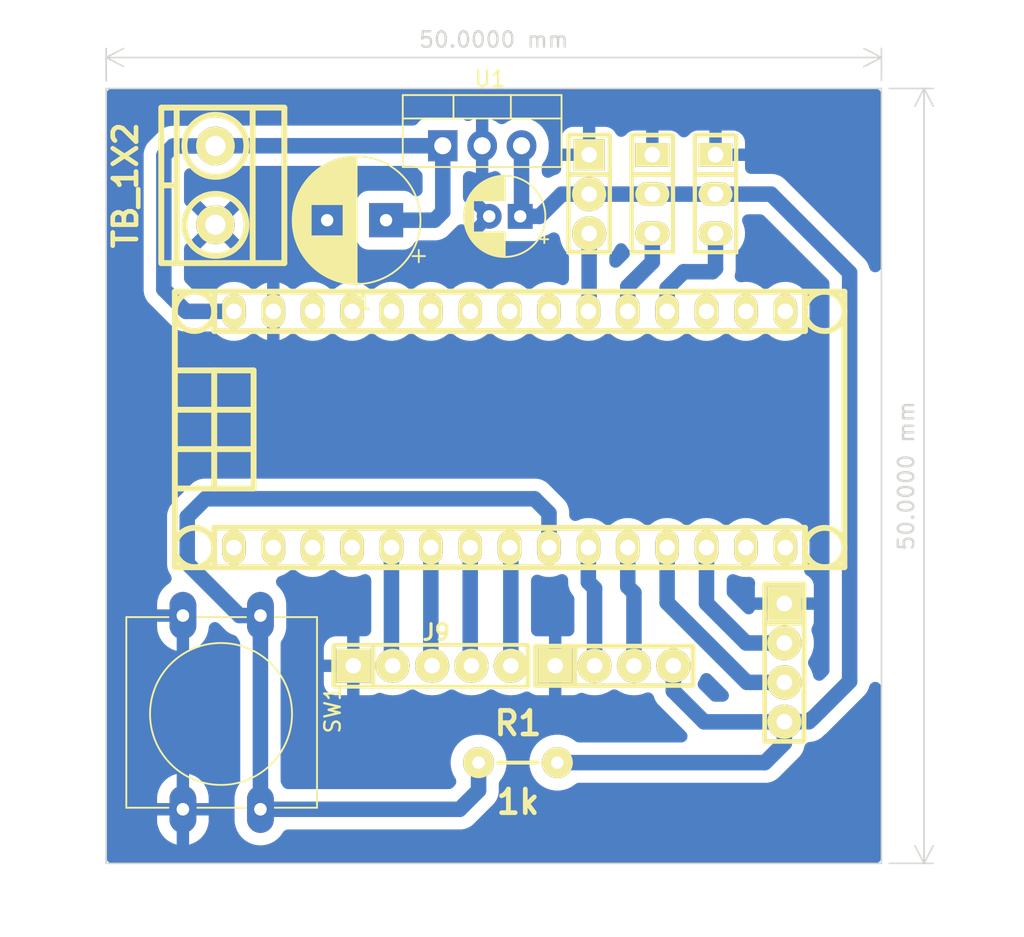
<source format=kicad_pcb>
(kicad_pcb (version 20221018) (generator pcbnew)
  (layers (0 "F.Cu" signal) (31 "B.Cu" signal) (34 "B.Paste" user) (35 "F.Paste" user) (36 "B.SilkS" user "B.Silkscreen") (37 "F.SilkS" user "F.Silkscreen") (38 "B.Mask" user) (39 "F.Mask" user) (44 "Edge.Cuts" user))
  (net 0 "")
  (net 1 "GND")
  (net 2 "ECNO 1")
  (net 3 "TRIG 1")
  (net 4 "ECNO 2")
  (net 5 "TRIG 2")
  (net 6 "IN1")
  (net 7 "IN2")
  (net 8 "IN3")
  (net 9 "IN4")
  (net 10 "OUT 1")
  (net 11 "OUT 2")
  (net 12 "OUT 3")
  (net 13 "/swichin")
  (net 14 "+5V")
  (net 31 "+BATT")
  (footprint "EESTN5:pin_strip_4" (layer "F.Cu") (at 69.26 60.99)
    (fp_text reference "J8" hide)
    (fp_text value "conector sensor ultrasonido" hide)
    (pad "1" thru_hole rect (at -3.81 0) (size 2.2 2.2) (drill 1.00076) (layers "*.Cu" "*.Mask" "F.SilkS") (net 1 "GND"))
    (pad "2" thru_hole oval (at -1.27 0) (size 2.2 2.2) (drill 1.00076) (layers "*.Cu" "*.Mask" "F.SilkS") (net 2 "ECNO 1"))
    (pad "3" thru_hole circle (at 1.27 0) (size 2.2 2.2) (drill 1.00076) (layers "*.Cu" "*.Mask" "F.SilkS" "Eco1.User") (net 3 "TRIG 1"))
    (pad "4" thru_hole circle (at 3.81 0) (size 2.2 2.2) (drill 1.00076) (layers "*.Cu" "*.Mask" "F.SilkS") (net 14 "+5V"))
  )
  (footprint "Capacitor_THT:CP_Radial_D8.0mm_P3.80mm" (layer "F.Cu") (at 54.542651 32.24 180)
    (fp_text reference "C1" (at 1.9 -5.25) (layer "F.SilkS"))
    (fp_text value "470μF")
    (pad "1" thru_hole rect (at 0 0 180) (size 2.2 2.2) (drill 0.8) (layers "*.Cu" "*.Mask") (net 31 "+BATT"))
    (pad "2" thru_hole circle (at 3.8 0 180) (size 2.2 2.2) (drill 0.8) (layers "*.Cu" "*.Mask") (net 1 "GND"))
  )
  (footprint "EESTN5:Pin_Header_3" (layer "F.Cu") (at 67.64 30.555 -90)
    (fp_text reference "J7" hide)
    (fp_text value "CNY70 3" hide)
    (pad "1" thru_hole rect (at -2.54 0 270) (size 2 2) (drill 1.00076) (layers "*.Cu" "*.Mask" "F.SilkS") (net 1 "GND"))
    (pad "2" thru_hole oval (at 0 0 270) (size 2.2 2.2) (drill 1.00076) (layers "*.Cu" "*.Mask" "F.SilkS") (net 14 "+5V"))
    (pad "3" thru_hole oval (at 2.54 0 270) (size 2.2 2.2) (drill 1.00076) (layers "*.Cu" "*.Mask" "F.SilkS") (net 12 "OUT 3"))
  )
  (footprint "EESTN5:RES0.2" (layer "F.Cu") (at 63.05 67.24 180)
    (fp_text reference "R1" (at 0 2.5382) (layer "F.SilkS") (effects (font (size 1.524 1.524) (thickness 0.3048))))
    (fp_text value "1k" (at 0 -2.54) (layer "F.SilkS") (effects (font (size 1.524 1.524) (thickness 0.3048))))
    (pad "1" thru_hole circle (at -2.54 0 180) (size 1.99898 1.99898) (drill 0.8001) (layers "*.Cu" "*.Mask" "F.SilkS") (net 14 "+5V"))
    (pad "2" thru_hole circle (at 2.54 0 180) (size 1.99898 1.99898) (drill 0.8001) (layers "*.Cu" "*.Mask" "F.SilkS") (net 13 "/swichin"))
  )
  (footprint "EESTN5:BORNERA2_AZUL" (layer "F.Cu") (at 43.53875 29.99 -90)
    (fp_text reference "J4" hide)
    (fp_text value "TB_1X2" (at 0 5.8 90) (layer "F.SilkS") (effects (font (size 1.5 1.5) (thickness 0.3))))
    (pad "1" thru_hole circle (at -2.54 0 270) (size 2.5 2.5) (drill 1.3) (layers "*.Cu" "*.Mask" "F.SilkS") (net 31 "+BATT"))
    (pad "2" thru_hole circle (at 2.54 0 270) (size 2.5 2.5) (drill 1.3) (layers "*.Cu" "*.Mask" "F.SilkS") (net 1 "GND"))
  )
  (footprint "EESTN5:pin_strip_4" (layer "F.Cu") (at 80.23 60.79 -90)
    (fp_text reference "J3" hide)
    (fp_text value "conector sensor ultrasonido" hide)
    (pad "1" thru_hole rect (at -3.81 0 270) (size 2.2 2.2) (drill 1.00076) (layers "*.Cu" "*.Mask" "F.SilkS") (net 1 "GND"))
    (pad "2" thru_hole oval (at -1.27 0 270) (size 2.2 2.2) (drill 1.00076) (layers "*.Cu" "*.Mask" "F.SilkS") (net 4 "ECNO 2"))
    (pad "3" thru_hole oval (at 1.27 0 270) (size 2.2 2.2) (drill 1.00076) (layers "*.Cu" "*.Mask" "F.SilkS") (net 5 "TRIG 2"))
    (pad "4" thru_hole oval (at 3.81 0 270) (size 2.2 2.2) (drill 1.00076) (layers "*.Cu" "*.Mask" "F.SilkS") (net 14 "+5V"))
  )
  (footprint "EESTN5:Pin_Header_5" (layer "F.Cu") (at 57.51 60.99)
    (fp_text reference "J9" (at 0.27 -2.159) (layer "F.SilkS") (effects (font (size 1.016 1.016) (thickness 0.2032))))
    (fp_text value "HEADER_5" hide)
    (pad "1" thru_hole rect (at -5.08 0) (size 2.2 2.2) (drill 1.00076) (layers "*.Cu" "*.Mask" "F.SilkS") (net 1 "GND"))
    (pad "2" thru_hole oval (at -2.54 0) (size 2.2 2.2) (drill 1.00076) (layers "*.Cu" "*.Mask" "F.SilkS") (net 6 "IN1"))
    (pad "3" thru_hole oval (at 0 0) (size 2.2 2.2) (drill 1.00076) (layers "*.Cu" "*.Mask" "F.SilkS") (net 7 "IN2"))
    (pad "4" thru_hole oval (at 2.54 0) (size 2.2 2.2) (drill 1.00076) (layers "*.Cu" "*.Mask" "F.SilkS") (net 8 "IN3"))
    (pad "5" thru_hole oval (at 5.08 0) (size 2.2 2.2) (drill 1.00076) (layers "*.Cu" "*.Mask" "F.SilkS") (net 9 "IN4"))
  )
  (footprint "Package_TO_SOT_THT:TO-220-3_Vertical" (layer "F.Cu") (at 58.2 27.435)
    (fp_text reference "U1" (at 3.048 -4.318) (layer "F.SilkS"))
    (fp_text value "LM78M05_TO220" hide)
    (pad "1" thru_hole rect (at 0 0) (size 1.905 2) (drill 1.1) (layers "*.Cu" "*.Mask") (net 31 "+BATT"))
    (pad "2" thru_hole oval (at 2.54 0) (size 1.905 2) (drill 1.1) (layers "*.Cu" "*.Mask") (net 1 "GND"))
    (pad "3" thru_hole oval (at 5.08 0) (size 1.905 2) (drill 1.1) (layers "*.Cu" "*.Mask") (net 14 "+5V"))
  )
  (footprint "EESTN5:Pin_Header_3" (layer "F.Cu") (at 75.79 30.555 -90)
    (fp_text reference "J2" hide)
    (fp_text value "CNY70 1" hide)
    (pad "1" thru_hole rect (at -2.54 0 270) (size 1.524 2.19964) (drill 1.00076) (layers "*.Cu" "*.Mask" "F.SilkS") (net 1 "GND"))
    (pad "2" thru_hole oval (at 0 0 270) (size 1.524 2.19964) (drill 1.00076) (layers "*.Cu" "*.Mask" "F.SilkS") (net 14 "+5V"))
    (pad "3" thru_hole oval (at 2.54 0 270) (size 1.524 2.19964) (drill 1.00076) (layers "*.Cu" "*.Mask" "F.SilkS") (net 10 "OUT 1"))
  )
  (footprint "Capacitor_THT:CP_Radial_D5.0mm_P2.00mm" (layer "F.Cu") (at 63.195113 31.99 180)
    (fp_text reference "C2" hide)
    (fp_text value "1μF")
    (pad "1" thru_hole rect (at 0 0 180) (size 1.6 1.6) (drill 0.8) (layers "*.Cu" "*.Mask") (net 14 "+5V"))
    (pad "2" thru_hole circle (at 2 0 180) (size 1.6 1.6) (drill 0.8) (layers "*.Cu" "*.Mask") (net 1 "GND"))
  )
  (footprint "EESTN5:SW_PUSH-12mm" (layer "F.Cu") (at 46.44 57.75 -90)
    (fp_text reference "SW1" (at 6.08 -4.66 90) (layer "F.SilkS"))
    (fp_text value "SW_Push")
    (pad "1" thru_hole oval (at 0 0 270) (size 3.048 1.7272) (drill 0.8128) (layers "*.Cu" "*.Mask") (net 13 "/swichin"))
    (pad "1" thru_hole oval (at 12.5 0 270) (size 3.048 1.7272) (drill 0.8128) (layers "*.Cu" "*.Mask") (net 13 "/swichin"))
    (pad "2" thru_hole oval (at 0 5 270) (size 3.048 1.7272) (drill 0.8128) (layers "*.Cu" "*.Mask") (net 1 "GND"))
    (pad "2" thru_hole oval (at 12.5 5 270) (size 3.048 1.7272) (drill 0.8128) (layers "*.Cu" "*.Mask") (net 1 "GND"))
  )
  (footprint "EESTN5:arduino_nano_header" (layer "F.Cu") (at 62.51 45.74)
    (fp_text reference "J5" hide)
    (fp_text value "Arduino_Nano_Header" hide)
    (pad "1" thru_hole oval (at -17.78 7.62) (size 1.524 2.19964) (drill 1.00076) (layers "*.Cu" "*.Mask" "F.SilkS"))
    (pad "2" thru_hole oval (at -15.24 7.62) (size 1.524 2.19964) (drill 1.00076) (layers "*.Cu" "*.Mask" "F.SilkS"))
    (pad "3" thru_hole oval (at -12.7 7.62) (size 1.524 2.19964) (drill 1.00076) (layers "*.Cu" "*.Mask" "F.SilkS"))
    (pad "4" thru_hole oval (at -10.16 7.62) (size 1.524 2.19964) (drill 1.00076) (layers "*.Cu" "*.Mask" "F.SilkS"))
    (pad "5" thru_hole oval (at -7.62 7.62) (size 1.524 2.19964) (drill 1.00076) (layers "*.Cu" "*.Mask" "F.SilkS") (net 6 "IN1"))
    (pad "6" thru_hole oval (at -5.08 7.62) (size 1.524 2.19964) (drill 1.00076) (layers "*.Cu" "*.Mask" "F.SilkS") (net 7 "IN2"))
    (pad "7" thru_hole oval (at -2.54 7.62) (size 1.524 2.19964) (drill 1.00076) (layers "*.Cu" "*.Mask" "F.SilkS") (net 8 "IN3"))
    (pad "8" thru_hole oval (at 0 7.62) (size 1.524 2.19964) (drill 1.00076) (layers "*.Cu" "*.Mask" "F.SilkS") (net 9 "IN4"))
    (pad "9" thru_hole oval (at 2.54 7.62) (size 1.524 2.19964) (drill 1.00076) (layers "*.Cu" "*.Mask" "F.SilkS") (net 13 "/swichin"))
    (pad "10" thru_hole oval (at 5.08 7.62) (size 1.524 2.19964) (drill 1.00076) (layers "*.Cu" "*.Mask" "F.SilkS") (net 2 "ECNO 1"))
    (pad "11" thru_hole oval (at 7.62 7.62) (size 1.524 2.19964) (drill 1.00076) (layers "*.Cu" "*.Mask" "F.SilkS") (net 3 "TRIG 1"))
    (pad "12" thru_hole oval (at 10.16 7.62) (size 1.524 2.19964) (drill 1.00076) (layers "*.Cu" "*.Mask" "F.SilkS") (net 5 "TRIG 2"))
    (pad "13" thru_hole oval (at 12.7 7.62) (size 1.524 2.19964) (drill 1.00076) (layers "*.Cu" "*.Mask" "F.SilkS") (net 4 "ECNO 2"))
    (pad "14" thru_hole oval (at 15.24 7.62) (size 1.524 2.19964) (drill 1.00076) (layers "*.Cu" "*.Mask" "F.SilkS"))
    (pad "15" thru_hole oval (at 17.78 7.62) (size 1.524 2.19964) (drill 1.00076) (layers "*.Cu" "*.Mask" "F.SilkS"))
    (pad "16" thru_hole oval (at 17.78 -7.62) (size 1.524 2.19964) (drill 1.00076) (layers "*.Cu" "*.Mask" "F.SilkS"))
    (pad "17" thru_hole oval (at 15.24 -7.62) (size 1.524 2.19964) (drill 1.00076) (layers "*.Cu" "*.Mask" "F.SilkS"))
    (pad "18" thru_hole oval (at 12.7 -7.62) (size 1.524 2.19964) (drill 1.00076) (layers "*.Cu" "*.Mask" "F.SilkS"))
    (pad "19" thru_hole oval (at 10.16 -7.62) (size 1.524 2.19964) (drill 1.00076) (layers "*.Cu" "*.Mask" "F.SilkS") (net 10 "OUT 1"))
    (pad "20" thru_hole oval (at 7.62 -7.62) (size 1.524 2.1971) (drill 1.00076) (layers "*.Cu" "*.Mask" "F.SilkS") (net 11 "OUT 2"))
    (pad "21" thru_hole oval (at 5.08 -7.62) (size 1.524 2.1971) (drill 1.00076) (layers "*.Cu" "*.Mask" "F.SilkS") (net 12 "OUT 3"))
    (pad "22" thru_hole oval (at 2.54 -7.62) (size 1.524 2.1971) (drill 1.00076) (layers "*.Cu" "*.Mask" "F.SilkS"))
    (pad "23" thru_hole oval (at 0 -7.62) (size 1.524 2.1971) (drill 1.00076) (layers "*.Cu" "*.Mask" "F.SilkS"))
    (pad "24" thru_hole oval (at -2.54 -7.62) (size 1.524 2.1971) (drill 0.99822) (layers "*.Cu" "*.Mask" "F.SilkS"))
    (pad "25" thru_hole oval (at -5.08 -7.62) (size 1.524 2.1971) (drill 0.99822) (layers "*.Cu" "*.Mask" "F.SilkS"))
    (pad "26" thru_hole oval (at -7.62 -7.62) (size 1.524 2.1971) (drill 0.99822) (layers "*.Cu" "*.Mask" "F.SilkS"))
    (pad "27" thru_hole oval (at -10.16 -7.62) (size 1.524 2.1971) (drill 0.99822) (layers "*.Cu" "*.Mask" "F.SilkS"))
    (pad "28" thru_hole oval (at -12.7 -7.62) (size 1.524 2.1971) (drill 0.99822) (layers "*.Cu" "*.Mask" "F.SilkS"))
    (pad "29" thru_hole oval (at -15.24 -7.62) (size 1.524 2.1971) (drill 0.99822) (layers "*.Cu" "*.Mask" "F.SilkS") (net 1 "GND"))
    (pad "30" thru_hole oval (at -17.78 -7.62) (size 1.524 2.1971) (drill 0.99822) (layers "*.Cu" "*.Mask" "F.SilkS") (net 31 "+BATT"))
  )
  (footprint "EESTN5:Pin_Header_3" (layer "F.Cu") (at 71.715 30.555 -90)
    (fp_text reference "J6" hide)
    (fp_text value "CNY70 2" hide)
    (pad "1" thru_hole rect (at -2.54 0 270) (size 1.524 2.19964) (drill 1.00076) (layers "*.Cu" "*.Mask" "F.SilkS") (net 1 "GND"))
    (pad "2" thru_hole oval (at 0 0 270) (size 1.524 2.19964) (drill 1.00076) (layers "*.Cu" "*.Mask" "F.SilkS") (net 14 "+5V"))
    (pad "3" thru_hole oval (at 2.54 0 270) (size 1.524 2.19964) (drill 1.00076) (layers "*.Cu" "*.Mask" "F.SilkS") (net 11 "OUT 2"))
  )
  (gr_line (start 86.49 73.74) (end 86.49 23.74) (stroke (width 0.1)) (layer "Edge.Cuts"))
  (gr_line (start 36.49 73.74) (end 86.49 73.74) (stroke (width 0.1)) (layer "Edge.Cuts"))
  (gr_line (start 36.49 23.74) (end 86.49 23.74) (stroke (width 0.1)) (layer "Edge.Cuts"))
  (gr_line (start 36.49 73.74) (end 36.49 23.74) (stroke (width 0.1)) (layer "Edge.Cuts"))
  (dimension (type aligned) (layer "Edge.Cuts") (pts (xy 86.49 23.74) (xy 86.49 73.74)) (height -2.75) (gr_text "50,0000 mm" (at 88.09 48.74 90) (layer "Edge.Cuts") (effects (font (size 1 1) (thickness 0.15)))) (format (prefix "") (suffix "") (units 3) (units_format 1) (precision 4)) (style (thickness 0.1) (arrow_length 1.27) (text_position_mode 0) (extension_height 0.58642) (extension_offset 0.5) keep_text_aligned))
  (dimension (type aligned) (layer "Edge.Cuts") (pts (xy 36.49 23.74) (xy 86.49 23.74)) (height -2) (gr_text "50,0000 mm" (at 61.49 20.59) (layer "Edge.Cuts") (effects (font (size 1 1) (thickness 0.15)))) (format (prefix "") (suffix "") (units 3) (units_format 1) (precision 4)) (style (thickness 0.1) (arrow_length 1.27) (text_position_mode 0) (extension_height 0.58642) (extension_offset 0.5) keep_text_aligned))
  (segment (start 67.99 55.99) (end 67.99 60.99) (width 1) (layer "B.Cu") (net 2))
  (segment (start 67.59 55.59) (end 67.99 55.99) (width 1) (layer "B.Cu") (net 2))
  (segment (start 67.59 53.36) (end 67.59 55.59) (width 1) (layer "B.Cu") (net 2))
  (segment (start 70.53 56.28) (end 70.13 55.88) (width 1) (layer "B.Cu") (net 3))
  (segment (start 70.13 55.88) (end 70.13 53.36) (width 1) (layer "B.Cu") (net 3))
  (segment (start 70.53 60.99) (end 70.53 56.28) (width 1) (layer "B.Cu") (net 3))
  (segment (start 75.21 53.36) (end 75.21 56.96) (width 1) (layer "B.Cu") (net 4))
  (segment (start 75.21 56.96) (end 77.77 59.52) (width 1) (layer "B.Cu") (net 4))
  (segment (start 77.77 59.52) (end 80.23 59.52) (width 1) (layer "B.Cu") (net 4))
  (segment (start 80.23 62.06) (end 77.81 62.06) (width 1) (layer "B.Cu") (net 5))
  (segment (start 72.67 56.92) (end 72.67 53.36) (width 1) (layer "B.Cu") (net 5))
  (segment (start 77.81 62.06) (end 72.67 56.92) (width 1) (layer "B.Cu") (net 5))
  (segment (start 55.01 53.48) (end 54.89 53.36) (width 1) (layer "B.Cu") (net 6))
  (segment (start 55.06 53.53) (end 54.89 53.36) (width 1) (layer "B.Cu") (net 6))
  (segment (start 54.89 53.36) (end 54.89 60.91) (width 1) (layer "B.Cu") (net 6))
  (segment (start 54.89 60.91) (end 54.97 60.99) (width 1) (layer "B.Cu") (net 6))
  (segment (start 57.43 60.91) (end 57.51 60.99) (width 1) (layer "B.Cu") (net 7))
  (segment (start 57.43 53.36) (end 57.43 60.91) (width 1) (layer "B.Cu") (net 7))
  (segment (start 59.97 60.91) (end 60.05 60.99) (width 1) (layer "B.Cu") (net 8))
  (segment (start 59.97 53.36) (end 59.97 60.91) (width 1) (layer "B.Cu") (net 8))
  (segment (start 62.59 53.44) (end 62.51 53.36) (width 1) (layer "B.Cu") (net 9))
  (segment (start 62.59 60.99) (end 62.59 53.44) (width 1) (layer "B.Cu") (net 9))
  (segment (start 62.67 53.52) (end 62.51 53.36) (width 1) (layer "B.Cu") (net 9))
  (segment (start 73.74 35.565) (end 75.59 35.565) (width 1) (layer "B.Cu") (net 10))
  (segment (start 72.67 36.635) (end 73.74 35.565) (width 1) (layer "B.Cu") (net 10))
  (segment (start 75.79 35.365) (end 75.79 33.095) (width 1) (layer "B.Cu") (net 10))
  (segment (start 72.67 38.12) (end 72.67 36.635) (width 1) (layer "B.Cu") (net 10))
  (segment (start 75.59 35.565) (end 75.79 35.365) (width 1) (layer "B.Cu") (net 10))
  (segment (start 70.13 36.525) (end 71.715 34.94) (width 1) (layer "B.Cu") (net 11))
  (segment (start 70.13 38.12) (end 70.13 36.525) (width 1) (layer "B.Cu") (net 11))
  (segment (start 71.715 34.94) (end 71.715 33.095) (width 1) (layer "B.Cu") (net 11))
  (segment (start 67.64 33.095) (end 67.64 38.07) (width 1) (layer "B.Cu") (net 12))
  (segment (start 67.64 38.07) (end 67.59 38.12) (width 1) (layer "B.Cu") (net 12))
  (segment (start 60.51 69.03) (end 60.51 67.24) (width 1) (layer "B.Cu") (net 13))
  (segment (start 42.89 50.215) (end 64.115 50.215) (width 1) (layer "B.Cu") (net 13))
  (segment (start 65.05 51.15) (end 65.05 53.36) (width 1) (layer "B.Cu") (net 13))
  (segment (start 46.44 70.25) (end 46.44 57.75) (width 1) (layer "B.Cu") (net 13))
  (segment (start 45.089482 57.75) (end 41.72 54.380518) (width 1) (layer "B.Cu") (net 13))
  (segment (start 46.8 70.25) (end 59.29 70.25) (width 1) (layer "B.Cu") (net 13))
  (segment (start 41.72 54.380518) (end 41.72 51.385) (width 1) (layer "B.Cu") (net 13))
  (segment (start 41.72 51.385) (end 42.89 50.215) (width 1) (layer "B.Cu") (net 13))
  (segment (start 46.8 57.75) (end 45.089482 57.75) (width 1) (layer "B.Cu") (net 13))
  (segment (start 64.115 50.215) (end 65.05 51.15) (width 1) (layer "B.Cu") (net 13))
  (segment (start 59.29 70.25) (end 60.51 69.03) (width 1) (layer "B.Cu") (net 13))
  (segment (start 75.06 64.61) (end 80.22 64.61) (width 1) (layer "B.Cu") (net 14))
  (segment (start 84.44 35.63) (end 79.365 30.555) (width 1) (layer "B.Cu") (net 14))
  (segment (start 84.44 62) (end 84.44 35.63) (width 1) (layer "B.Cu") (net 14))
  (segment (start 65.59 67.24) (end 78.97 67.24) (width 1) (layer "B.Cu") (net 14))
  (segment (start 73.07 62.62) (end 75.06 64.61) (width 1) (layer "B.Cu") (net 14))
  (segment (start 73.07 60.99) (end 73.07 62.62) (width 1) (layer "B.Cu") (net 14))
  (segment (start 64.44 31.99) (end 63.195113 31.99) (width 1) (layer "B.Cu") (net 14))
  (segment (start 63.28 27.435) (end 63.28 31.905113) (width 1) (layer "B.Cu") (net 14))
  (segment (start 80.22 64.61) (end 80.23 64.6) (width 1) (layer "B.Cu") (net 14))
  (segment (start 78.97 67.24) (end 80.23 65.98) (width 1) (layer "B.Cu") (net 14))
  (segment (start 67.64 30.555) (end 65.875 30.555) (width 1) (layer "B.Cu") (net 14))
  (segment (start 80.23 64.6) (end 81.81 64.6) (width 1) (layer "B.Cu") (net 14))
  (segment (start 63.05 27.03) (end 63.09 26.99) (width 1) (layer "B.Cu") (net 14))
  (segment (start 63.28 31.905113) (end 63.195113 31.99) (width 1) (layer "B.Cu") (net 14))
  (segment (start 81.81 64.6) (end 82.03 64.38) (width 1) (layer "B.Cu") (net 14))
  (segment (start 82.03 64.38) (end 82.06 64.38) (width 1) (layer "B.Cu") (net 14))
  (segment (start 82.06 64.38) (end 84.44 62) (width 1) (layer "B.Cu") (net 14))
  (segment (start 80.23 65.98) (end 80.23 64.6) (width 1) (layer "B.Cu") (net 14))
  (segment (start 65.875 30.555) (end 64.44 31.99) (width 1) (layer "B.Cu") (net 14))
  (segment (start 79.365 30.555) (end 67.64 30.555) (width 1) (layer "B.Cu") (net 14))
  (segment (start 58.2 31.7) (end 58.2 27.435) (width 1) (layer "B.Cu") (net 31))
  (segment (start 57.66 32.24) (end 58.2 31.7) (width 1) (layer "B.Cu") (net 31))
  (segment (start 40.82 27.45) (end 40.21 28.06) (width 1) (layer "B.Cu") (net 31))
  (segment (start 40.21 36.7) (end 41.63 38.12) (width 1) (layer "B.Cu") (net 31))
  (segment (start 43.53875 27.45) (end 40.82 27.45) (width 1) (layer "B.Cu") (net 31))
  (segment (start 41.63 38.12) (end 44.73 38.12) (width 1) (layer "B.Cu") (net 31))
  (segment (start 58.2 27.435) (end 43.55375 27.435) (width 1) (layer "B.Cu") (net 31))
  (segment (start 43.55375 27.435) (end 43.53875 27.45) (width 1) (layer "B.Cu") (net 31))
  (segment (start 40.21 28.06) (end 40.21 36.7) (width 1) (layer "B.Cu") (net 31))
  (segment (start 54.542651 32.24) (end 57.66 32.24) (width 1) (layer "B.Cu") (net 31))
  (zone (net 1) (net_name "GND") (layer "B.Cu") (priority 1) (connect_pads (clearance 0.8)) (min_thickness 0.8) (fill yes (thermal_gap 0.8) (thermal_bridge_width 0.8) (island_removal_mode 1) (island_area_min 10))
    (polygon (pts (xy 95.24 42.208887) (xy 95.685 78.5) (xy 29.645 78.5) (xy 30.47 18.03) (xy 95.24 18.078887)))
  )
)
</source>
